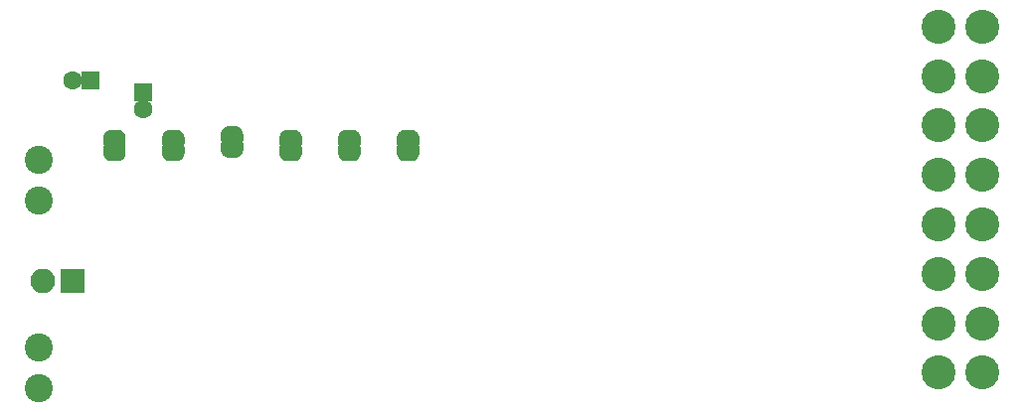
<source format=gbr>
G04 #@! TF.GenerationSoftware,KiCad,Pcbnew,5.0.0*
G04 #@! TF.CreationDate,2018-11-11T17:05:44-05:00*
G04 #@! TF.ProjectId,I2C_PWM_Driver,4932435F50574D5F4472697665722E6B,rev?*
G04 #@! TF.SameCoordinates,Original*
G04 #@! TF.FileFunction,Soldermask,Bot*
G04 #@! TF.FilePolarity,Negative*
%FSLAX46Y46*%
G04 Gerber Fmt 4.6, Leading zero omitted, Abs format (unit mm)*
G04 Created by KiCad (PCBNEW 5.0.0) date Sun Nov 11 17:05:44 2018*
%MOMM*%
%LPD*%
G01*
G04 APERTURE LIST*
%ADD10C,2.400000*%
%ADD11R,2.100000X2.100000*%
%ADD12O,2.100000X2.100000*%
%ADD13C,2.900000*%
%ADD14C,1.600000*%
%ADD15R,1.600000X1.600000*%
%ADD16C,0.500000*%
%ADD17C,0.100000*%
G04 APERTURE END LIST*
D10*
G04 #@! TO.C,J1*
X77600000Y-63750000D03*
X77600000Y-67250000D03*
G04 #@! TD*
G04 #@! TO.C,J3*
X77600000Y-79750000D03*
X77600000Y-83250000D03*
G04 #@! TD*
D11*
G04 #@! TO.C,J2*
X80500000Y-74100000D03*
D12*
X77960000Y-74100000D03*
G04 #@! TD*
D13*
G04 #@! TO.C,J4*
X158000000Y-81928572D03*
X158000000Y-77714282D03*
X158000000Y-73499997D03*
X158000000Y-69285712D03*
X158000000Y-65071427D03*
X158000000Y-60857142D03*
X158000000Y-56642857D03*
X158000000Y-52428572D03*
X154250000Y-81928572D03*
X154250000Y-77714282D03*
X154250000Y-73499997D03*
X154250000Y-69285712D03*
X154250000Y-65071427D03*
X154250000Y-60857142D03*
X154250000Y-56642857D03*
X154250000Y-52428572D03*
G04 #@! TD*
D14*
G04 #@! TO.C,C2*
X80500000Y-57000000D03*
D15*
X82000000Y-57000000D03*
G04 #@! TD*
G04 #@! TO.C,C4*
X86500000Y-58000000D03*
D14*
X86500000Y-59500000D03*
G04 #@! TD*
D16*
G04 #@! TO.C,JP6*
X84079900Y-61900557D03*
D17*
G36*
X85026057Y-62439575D02*
X85014676Y-62477094D01*
X84996194Y-62511671D01*
X84971321Y-62541978D01*
X84941014Y-62566851D01*
X84906437Y-62585333D01*
X84868918Y-62596714D01*
X84829900Y-62600557D01*
X83329900Y-62600557D01*
X83290882Y-62596714D01*
X83253363Y-62585333D01*
X83218786Y-62566851D01*
X83188479Y-62541978D01*
X83163606Y-62511671D01*
X83145124Y-62477094D01*
X83133743Y-62439575D01*
X83129900Y-62400557D01*
X83129900Y-61900557D01*
X83130502Y-61894445D01*
X83130502Y-61876023D01*
X83131465Y-61856417D01*
X83136275Y-61807586D01*
X83139154Y-61788177D01*
X83148726Y-61740052D01*
X83153496Y-61721009D01*
X83167740Y-61674054D01*
X83174351Y-61655577D01*
X83193128Y-61610244D01*
X83201523Y-61592496D01*
X83224654Y-61549223D01*
X83234740Y-61532395D01*
X83262000Y-61491596D01*
X83273695Y-61475827D01*
X83304823Y-61437898D01*
X83318003Y-61423357D01*
X83352700Y-61388660D01*
X83367241Y-61375480D01*
X83405170Y-61344352D01*
X83420939Y-61332657D01*
X83461738Y-61305397D01*
X83478566Y-61295311D01*
X83521839Y-61272180D01*
X83539587Y-61263785D01*
X83584920Y-61245008D01*
X83603397Y-61238397D01*
X83650352Y-61224153D01*
X83669395Y-61219383D01*
X83717520Y-61209811D01*
X83736929Y-61206932D01*
X83785760Y-61202122D01*
X83805366Y-61201159D01*
X83823788Y-61201159D01*
X83829900Y-61200557D01*
X84329900Y-61200557D01*
X84336012Y-61201159D01*
X84354434Y-61201159D01*
X84374040Y-61202122D01*
X84422871Y-61206932D01*
X84442280Y-61209811D01*
X84490405Y-61219383D01*
X84509448Y-61224153D01*
X84556403Y-61238397D01*
X84574880Y-61245008D01*
X84620213Y-61263785D01*
X84637961Y-61272180D01*
X84681234Y-61295311D01*
X84698062Y-61305397D01*
X84738861Y-61332657D01*
X84754630Y-61344352D01*
X84792559Y-61375480D01*
X84807100Y-61388660D01*
X84841797Y-61423357D01*
X84854977Y-61437898D01*
X84886105Y-61475827D01*
X84897800Y-61491596D01*
X84925060Y-61532395D01*
X84935146Y-61549223D01*
X84958277Y-61592496D01*
X84966672Y-61610244D01*
X84985449Y-61655577D01*
X84992060Y-61674054D01*
X85006304Y-61721009D01*
X85011074Y-61740052D01*
X85020646Y-61788177D01*
X85023525Y-61807586D01*
X85028335Y-61856417D01*
X85029298Y-61876023D01*
X85029298Y-61894445D01*
X85029900Y-61900557D01*
X85029900Y-62400557D01*
X85026057Y-62439575D01*
X85026057Y-62439575D01*
G37*
D16*
X84079900Y-63200557D03*
D17*
G36*
X85029298Y-63206669D02*
X85029298Y-63225091D01*
X85028335Y-63244697D01*
X85023525Y-63293528D01*
X85020646Y-63312937D01*
X85011074Y-63361062D01*
X85006304Y-63380105D01*
X84992060Y-63427060D01*
X84985449Y-63445537D01*
X84966672Y-63490870D01*
X84958277Y-63508618D01*
X84935146Y-63551891D01*
X84925060Y-63568719D01*
X84897800Y-63609518D01*
X84886105Y-63625287D01*
X84854977Y-63663216D01*
X84841797Y-63677757D01*
X84807100Y-63712454D01*
X84792559Y-63725634D01*
X84754630Y-63756762D01*
X84738861Y-63768457D01*
X84698062Y-63795717D01*
X84681234Y-63805803D01*
X84637961Y-63828934D01*
X84620213Y-63837329D01*
X84574880Y-63856106D01*
X84556403Y-63862717D01*
X84509448Y-63876961D01*
X84490405Y-63881731D01*
X84442280Y-63891303D01*
X84422871Y-63894182D01*
X84374040Y-63898992D01*
X84354434Y-63899955D01*
X84336012Y-63899955D01*
X84329900Y-63900557D01*
X83829900Y-63900557D01*
X83823788Y-63899955D01*
X83805366Y-63899955D01*
X83785760Y-63898992D01*
X83736929Y-63894182D01*
X83717520Y-63891303D01*
X83669395Y-63881731D01*
X83650352Y-63876961D01*
X83603397Y-63862717D01*
X83584920Y-63856106D01*
X83539587Y-63837329D01*
X83521839Y-63828934D01*
X83478566Y-63805803D01*
X83461738Y-63795717D01*
X83420939Y-63768457D01*
X83405170Y-63756762D01*
X83367241Y-63725634D01*
X83352700Y-63712454D01*
X83318003Y-63677757D01*
X83304823Y-63663216D01*
X83273695Y-63625287D01*
X83262000Y-63609518D01*
X83234740Y-63568719D01*
X83224654Y-63551891D01*
X83201523Y-63508618D01*
X83193128Y-63490870D01*
X83174351Y-63445537D01*
X83167740Y-63427060D01*
X83153496Y-63380105D01*
X83148726Y-63361062D01*
X83139154Y-63312937D01*
X83136275Y-63293528D01*
X83131465Y-63244697D01*
X83130502Y-63225091D01*
X83130502Y-63206669D01*
X83129900Y-63200557D01*
X83129900Y-62700557D01*
X83133743Y-62661539D01*
X83145124Y-62624020D01*
X83163606Y-62589443D01*
X83188479Y-62559136D01*
X83218786Y-62534263D01*
X83253363Y-62515781D01*
X83290882Y-62504400D01*
X83329900Y-62500557D01*
X84829900Y-62500557D01*
X84868918Y-62504400D01*
X84906437Y-62515781D01*
X84941014Y-62534263D01*
X84971321Y-62559136D01*
X84996194Y-62589443D01*
X85014676Y-62624020D01*
X85026057Y-62661539D01*
X85029900Y-62700557D01*
X85029900Y-63200557D01*
X85029298Y-63206669D01*
X85029298Y-63206669D01*
G37*
G04 #@! TD*
D16*
G04 #@! TO.C,JP5*
X89079900Y-63200557D03*
D17*
G36*
X90029298Y-63206669D02*
X90029298Y-63225091D01*
X90028335Y-63244697D01*
X90023525Y-63293528D01*
X90020646Y-63312937D01*
X90011074Y-63361062D01*
X90006304Y-63380105D01*
X89992060Y-63427060D01*
X89985449Y-63445537D01*
X89966672Y-63490870D01*
X89958277Y-63508618D01*
X89935146Y-63551891D01*
X89925060Y-63568719D01*
X89897800Y-63609518D01*
X89886105Y-63625287D01*
X89854977Y-63663216D01*
X89841797Y-63677757D01*
X89807100Y-63712454D01*
X89792559Y-63725634D01*
X89754630Y-63756762D01*
X89738861Y-63768457D01*
X89698062Y-63795717D01*
X89681234Y-63805803D01*
X89637961Y-63828934D01*
X89620213Y-63837329D01*
X89574880Y-63856106D01*
X89556403Y-63862717D01*
X89509448Y-63876961D01*
X89490405Y-63881731D01*
X89442280Y-63891303D01*
X89422871Y-63894182D01*
X89374040Y-63898992D01*
X89354434Y-63899955D01*
X89336012Y-63899955D01*
X89329900Y-63900557D01*
X88829900Y-63900557D01*
X88823788Y-63899955D01*
X88805366Y-63899955D01*
X88785760Y-63898992D01*
X88736929Y-63894182D01*
X88717520Y-63891303D01*
X88669395Y-63881731D01*
X88650352Y-63876961D01*
X88603397Y-63862717D01*
X88584920Y-63856106D01*
X88539587Y-63837329D01*
X88521839Y-63828934D01*
X88478566Y-63805803D01*
X88461738Y-63795717D01*
X88420939Y-63768457D01*
X88405170Y-63756762D01*
X88367241Y-63725634D01*
X88352700Y-63712454D01*
X88318003Y-63677757D01*
X88304823Y-63663216D01*
X88273695Y-63625287D01*
X88262000Y-63609518D01*
X88234740Y-63568719D01*
X88224654Y-63551891D01*
X88201523Y-63508618D01*
X88193128Y-63490870D01*
X88174351Y-63445537D01*
X88167740Y-63427060D01*
X88153496Y-63380105D01*
X88148726Y-63361062D01*
X88139154Y-63312937D01*
X88136275Y-63293528D01*
X88131465Y-63244697D01*
X88130502Y-63225091D01*
X88130502Y-63206669D01*
X88129900Y-63200557D01*
X88129900Y-62700557D01*
X88133743Y-62661539D01*
X88145124Y-62624020D01*
X88163606Y-62589443D01*
X88188479Y-62559136D01*
X88218786Y-62534263D01*
X88253363Y-62515781D01*
X88290882Y-62504400D01*
X88329900Y-62500557D01*
X89829900Y-62500557D01*
X89868918Y-62504400D01*
X89906437Y-62515781D01*
X89941014Y-62534263D01*
X89971321Y-62559136D01*
X89996194Y-62589443D01*
X90014676Y-62624020D01*
X90026057Y-62661539D01*
X90029900Y-62700557D01*
X90029900Y-63200557D01*
X90029298Y-63206669D01*
X90029298Y-63206669D01*
G37*
D16*
X89079900Y-61900557D03*
D17*
G36*
X90026057Y-62439575D02*
X90014676Y-62477094D01*
X89996194Y-62511671D01*
X89971321Y-62541978D01*
X89941014Y-62566851D01*
X89906437Y-62585333D01*
X89868918Y-62596714D01*
X89829900Y-62600557D01*
X88329900Y-62600557D01*
X88290882Y-62596714D01*
X88253363Y-62585333D01*
X88218786Y-62566851D01*
X88188479Y-62541978D01*
X88163606Y-62511671D01*
X88145124Y-62477094D01*
X88133743Y-62439575D01*
X88129900Y-62400557D01*
X88129900Y-61900557D01*
X88130502Y-61894445D01*
X88130502Y-61876023D01*
X88131465Y-61856417D01*
X88136275Y-61807586D01*
X88139154Y-61788177D01*
X88148726Y-61740052D01*
X88153496Y-61721009D01*
X88167740Y-61674054D01*
X88174351Y-61655577D01*
X88193128Y-61610244D01*
X88201523Y-61592496D01*
X88224654Y-61549223D01*
X88234740Y-61532395D01*
X88262000Y-61491596D01*
X88273695Y-61475827D01*
X88304823Y-61437898D01*
X88318003Y-61423357D01*
X88352700Y-61388660D01*
X88367241Y-61375480D01*
X88405170Y-61344352D01*
X88420939Y-61332657D01*
X88461738Y-61305397D01*
X88478566Y-61295311D01*
X88521839Y-61272180D01*
X88539587Y-61263785D01*
X88584920Y-61245008D01*
X88603397Y-61238397D01*
X88650352Y-61224153D01*
X88669395Y-61219383D01*
X88717520Y-61209811D01*
X88736929Y-61206932D01*
X88785760Y-61202122D01*
X88805366Y-61201159D01*
X88823788Y-61201159D01*
X88829900Y-61200557D01*
X89329900Y-61200557D01*
X89336012Y-61201159D01*
X89354434Y-61201159D01*
X89374040Y-61202122D01*
X89422871Y-61206932D01*
X89442280Y-61209811D01*
X89490405Y-61219383D01*
X89509448Y-61224153D01*
X89556403Y-61238397D01*
X89574880Y-61245008D01*
X89620213Y-61263785D01*
X89637961Y-61272180D01*
X89681234Y-61295311D01*
X89698062Y-61305397D01*
X89738861Y-61332657D01*
X89754630Y-61344352D01*
X89792559Y-61375480D01*
X89807100Y-61388660D01*
X89841797Y-61423357D01*
X89854977Y-61437898D01*
X89886105Y-61475827D01*
X89897800Y-61491596D01*
X89925060Y-61532395D01*
X89935146Y-61549223D01*
X89958277Y-61592496D01*
X89966672Y-61610244D01*
X89985449Y-61655577D01*
X89992060Y-61674054D01*
X90006304Y-61721009D01*
X90011074Y-61740052D01*
X90020646Y-61788177D01*
X90023525Y-61807586D01*
X90028335Y-61856417D01*
X90029298Y-61876023D01*
X90029298Y-61894445D01*
X90029900Y-61900557D01*
X90029900Y-62400557D01*
X90026057Y-62439575D01*
X90026057Y-62439575D01*
G37*
G04 #@! TD*
D16*
G04 #@! TO.C,JP3*
X99079900Y-61900557D03*
D17*
G36*
X100026057Y-62439575D02*
X100014676Y-62477094D01*
X99996194Y-62511671D01*
X99971321Y-62541978D01*
X99941014Y-62566851D01*
X99906437Y-62585333D01*
X99868918Y-62596714D01*
X99829900Y-62600557D01*
X98329900Y-62600557D01*
X98290882Y-62596714D01*
X98253363Y-62585333D01*
X98218786Y-62566851D01*
X98188479Y-62541978D01*
X98163606Y-62511671D01*
X98145124Y-62477094D01*
X98133743Y-62439575D01*
X98129900Y-62400557D01*
X98129900Y-61900557D01*
X98130502Y-61894445D01*
X98130502Y-61876023D01*
X98131465Y-61856417D01*
X98136275Y-61807586D01*
X98139154Y-61788177D01*
X98148726Y-61740052D01*
X98153496Y-61721009D01*
X98167740Y-61674054D01*
X98174351Y-61655577D01*
X98193128Y-61610244D01*
X98201523Y-61592496D01*
X98224654Y-61549223D01*
X98234740Y-61532395D01*
X98262000Y-61491596D01*
X98273695Y-61475827D01*
X98304823Y-61437898D01*
X98318003Y-61423357D01*
X98352700Y-61388660D01*
X98367241Y-61375480D01*
X98405170Y-61344352D01*
X98420939Y-61332657D01*
X98461738Y-61305397D01*
X98478566Y-61295311D01*
X98521839Y-61272180D01*
X98539587Y-61263785D01*
X98584920Y-61245008D01*
X98603397Y-61238397D01*
X98650352Y-61224153D01*
X98669395Y-61219383D01*
X98717520Y-61209811D01*
X98736929Y-61206932D01*
X98785760Y-61202122D01*
X98805366Y-61201159D01*
X98823788Y-61201159D01*
X98829900Y-61200557D01*
X99329900Y-61200557D01*
X99336012Y-61201159D01*
X99354434Y-61201159D01*
X99374040Y-61202122D01*
X99422871Y-61206932D01*
X99442280Y-61209811D01*
X99490405Y-61219383D01*
X99509448Y-61224153D01*
X99556403Y-61238397D01*
X99574880Y-61245008D01*
X99620213Y-61263785D01*
X99637961Y-61272180D01*
X99681234Y-61295311D01*
X99698062Y-61305397D01*
X99738861Y-61332657D01*
X99754630Y-61344352D01*
X99792559Y-61375480D01*
X99807100Y-61388660D01*
X99841797Y-61423357D01*
X99854977Y-61437898D01*
X99886105Y-61475827D01*
X99897800Y-61491596D01*
X99925060Y-61532395D01*
X99935146Y-61549223D01*
X99958277Y-61592496D01*
X99966672Y-61610244D01*
X99985449Y-61655577D01*
X99992060Y-61674054D01*
X100006304Y-61721009D01*
X100011074Y-61740052D01*
X100020646Y-61788177D01*
X100023525Y-61807586D01*
X100028335Y-61856417D01*
X100029298Y-61876023D01*
X100029298Y-61894445D01*
X100029900Y-61900557D01*
X100029900Y-62400557D01*
X100026057Y-62439575D01*
X100026057Y-62439575D01*
G37*
D16*
X99079900Y-63200557D03*
D17*
G36*
X100029298Y-63206669D02*
X100029298Y-63225091D01*
X100028335Y-63244697D01*
X100023525Y-63293528D01*
X100020646Y-63312937D01*
X100011074Y-63361062D01*
X100006304Y-63380105D01*
X99992060Y-63427060D01*
X99985449Y-63445537D01*
X99966672Y-63490870D01*
X99958277Y-63508618D01*
X99935146Y-63551891D01*
X99925060Y-63568719D01*
X99897800Y-63609518D01*
X99886105Y-63625287D01*
X99854977Y-63663216D01*
X99841797Y-63677757D01*
X99807100Y-63712454D01*
X99792559Y-63725634D01*
X99754630Y-63756762D01*
X99738861Y-63768457D01*
X99698062Y-63795717D01*
X99681234Y-63805803D01*
X99637961Y-63828934D01*
X99620213Y-63837329D01*
X99574880Y-63856106D01*
X99556403Y-63862717D01*
X99509448Y-63876961D01*
X99490405Y-63881731D01*
X99442280Y-63891303D01*
X99422871Y-63894182D01*
X99374040Y-63898992D01*
X99354434Y-63899955D01*
X99336012Y-63899955D01*
X99329900Y-63900557D01*
X98829900Y-63900557D01*
X98823788Y-63899955D01*
X98805366Y-63899955D01*
X98785760Y-63898992D01*
X98736929Y-63894182D01*
X98717520Y-63891303D01*
X98669395Y-63881731D01*
X98650352Y-63876961D01*
X98603397Y-63862717D01*
X98584920Y-63856106D01*
X98539587Y-63837329D01*
X98521839Y-63828934D01*
X98478566Y-63805803D01*
X98461738Y-63795717D01*
X98420939Y-63768457D01*
X98405170Y-63756762D01*
X98367241Y-63725634D01*
X98352700Y-63712454D01*
X98318003Y-63677757D01*
X98304823Y-63663216D01*
X98273695Y-63625287D01*
X98262000Y-63609518D01*
X98234740Y-63568719D01*
X98224654Y-63551891D01*
X98201523Y-63508618D01*
X98193128Y-63490870D01*
X98174351Y-63445537D01*
X98167740Y-63427060D01*
X98153496Y-63380105D01*
X98148726Y-63361062D01*
X98139154Y-63312937D01*
X98136275Y-63293528D01*
X98131465Y-63244697D01*
X98130502Y-63225091D01*
X98130502Y-63206669D01*
X98129900Y-63200557D01*
X98129900Y-62700557D01*
X98133743Y-62661539D01*
X98145124Y-62624020D01*
X98163606Y-62589443D01*
X98188479Y-62559136D01*
X98218786Y-62534263D01*
X98253363Y-62515781D01*
X98290882Y-62504400D01*
X98329900Y-62500557D01*
X99829900Y-62500557D01*
X99868918Y-62504400D01*
X99906437Y-62515781D01*
X99941014Y-62534263D01*
X99971321Y-62559136D01*
X99996194Y-62589443D01*
X100014676Y-62624020D01*
X100026057Y-62661539D01*
X100029900Y-62700557D01*
X100029900Y-63200557D01*
X100029298Y-63206669D01*
X100029298Y-63206669D01*
G37*
G04 #@! TD*
D16*
G04 #@! TO.C,JP2*
X104079900Y-61900557D03*
D17*
G36*
X103130502Y-61894445D02*
X103130502Y-61876023D01*
X103131465Y-61856417D01*
X103136275Y-61807586D01*
X103139154Y-61788177D01*
X103148726Y-61740052D01*
X103153496Y-61721009D01*
X103167740Y-61674054D01*
X103174351Y-61655577D01*
X103193128Y-61610244D01*
X103201523Y-61592496D01*
X103224654Y-61549223D01*
X103234740Y-61532395D01*
X103262000Y-61491596D01*
X103273695Y-61475827D01*
X103304823Y-61437898D01*
X103318003Y-61423357D01*
X103352700Y-61388660D01*
X103367241Y-61375480D01*
X103405170Y-61344352D01*
X103420939Y-61332657D01*
X103461738Y-61305397D01*
X103478566Y-61295311D01*
X103521839Y-61272180D01*
X103539587Y-61263785D01*
X103584920Y-61245008D01*
X103603397Y-61238397D01*
X103650352Y-61224153D01*
X103669395Y-61219383D01*
X103717520Y-61209811D01*
X103736929Y-61206932D01*
X103785760Y-61202122D01*
X103805366Y-61201159D01*
X103823788Y-61201159D01*
X103829900Y-61200557D01*
X104329900Y-61200557D01*
X104336012Y-61201159D01*
X104354434Y-61201159D01*
X104374040Y-61202122D01*
X104422871Y-61206932D01*
X104442280Y-61209811D01*
X104490405Y-61219383D01*
X104509448Y-61224153D01*
X104556403Y-61238397D01*
X104574880Y-61245008D01*
X104620213Y-61263785D01*
X104637961Y-61272180D01*
X104681234Y-61295311D01*
X104698062Y-61305397D01*
X104738861Y-61332657D01*
X104754630Y-61344352D01*
X104792559Y-61375480D01*
X104807100Y-61388660D01*
X104841797Y-61423357D01*
X104854977Y-61437898D01*
X104886105Y-61475827D01*
X104897800Y-61491596D01*
X104925060Y-61532395D01*
X104935146Y-61549223D01*
X104958277Y-61592496D01*
X104966672Y-61610244D01*
X104985449Y-61655577D01*
X104992060Y-61674054D01*
X105006304Y-61721009D01*
X105011074Y-61740052D01*
X105020646Y-61788177D01*
X105023525Y-61807586D01*
X105028335Y-61856417D01*
X105029298Y-61876023D01*
X105029298Y-61894445D01*
X105029900Y-61900557D01*
X105029900Y-62400557D01*
X105026057Y-62439575D01*
X105014676Y-62477094D01*
X104996194Y-62511671D01*
X104971321Y-62541978D01*
X104941014Y-62566851D01*
X104906437Y-62585333D01*
X104868918Y-62596714D01*
X104829900Y-62600557D01*
X103329900Y-62600557D01*
X103290882Y-62596714D01*
X103253363Y-62585333D01*
X103218786Y-62566851D01*
X103188479Y-62541978D01*
X103163606Y-62511671D01*
X103145124Y-62477094D01*
X103133743Y-62439575D01*
X103129900Y-62400557D01*
X103129900Y-61900557D01*
X103130502Y-61894445D01*
X103130502Y-61894445D01*
G37*
D16*
X104079900Y-63200557D03*
D17*
G36*
X103133743Y-62661539D02*
X103145124Y-62624020D01*
X103163606Y-62589443D01*
X103188479Y-62559136D01*
X103218786Y-62534263D01*
X103253363Y-62515781D01*
X103290882Y-62504400D01*
X103329900Y-62500557D01*
X104829900Y-62500557D01*
X104868918Y-62504400D01*
X104906437Y-62515781D01*
X104941014Y-62534263D01*
X104971321Y-62559136D01*
X104996194Y-62589443D01*
X105014676Y-62624020D01*
X105026057Y-62661539D01*
X105029900Y-62700557D01*
X105029900Y-63200557D01*
X105029298Y-63206669D01*
X105029298Y-63225091D01*
X105028335Y-63244697D01*
X105023525Y-63293528D01*
X105020646Y-63312937D01*
X105011074Y-63361062D01*
X105006304Y-63380105D01*
X104992060Y-63427060D01*
X104985449Y-63445537D01*
X104966672Y-63490870D01*
X104958277Y-63508618D01*
X104935146Y-63551891D01*
X104925060Y-63568719D01*
X104897800Y-63609518D01*
X104886105Y-63625287D01*
X104854977Y-63663216D01*
X104841797Y-63677757D01*
X104807100Y-63712454D01*
X104792559Y-63725634D01*
X104754630Y-63756762D01*
X104738861Y-63768457D01*
X104698062Y-63795717D01*
X104681234Y-63805803D01*
X104637961Y-63828934D01*
X104620213Y-63837329D01*
X104574880Y-63856106D01*
X104556403Y-63862717D01*
X104509448Y-63876961D01*
X104490405Y-63881731D01*
X104442280Y-63891303D01*
X104422871Y-63894182D01*
X104374040Y-63898992D01*
X104354434Y-63899955D01*
X104336012Y-63899955D01*
X104329900Y-63900557D01*
X103829900Y-63900557D01*
X103823788Y-63899955D01*
X103805366Y-63899955D01*
X103785760Y-63898992D01*
X103736929Y-63894182D01*
X103717520Y-63891303D01*
X103669395Y-63881731D01*
X103650352Y-63876961D01*
X103603397Y-63862717D01*
X103584920Y-63856106D01*
X103539587Y-63837329D01*
X103521839Y-63828934D01*
X103478566Y-63805803D01*
X103461738Y-63795717D01*
X103420939Y-63768457D01*
X103405170Y-63756762D01*
X103367241Y-63725634D01*
X103352700Y-63712454D01*
X103318003Y-63677757D01*
X103304823Y-63663216D01*
X103273695Y-63625287D01*
X103262000Y-63609518D01*
X103234740Y-63568719D01*
X103224654Y-63551891D01*
X103201523Y-63508618D01*
X103193128Y-63490870D01*
X103174351Y-63445537D01*
X103167740Y-63427060D01*
X103153496Y-63380105D01*
X103148726Y-63361062D01*
X103139154Y-63312937D01*
X103136275Y-63293528D01*
X103131465Y-63244697D01*
X103130502Y-63225091D01*
X103130502Y-63206669D01*
X103129900Y-63200557D01*
X103129900Y-62700557D01*
X103133743Y-62661539D01*
X103133743Y-62661539D01*
G37*
G04 #@! TD*
D16*
G04 #@! TO.C,JP1*
X109079900Y-63200557D03*
D17*
G36*
X108133743Y-62661539D02*
X108145124Y-62624020D01*
X108163606Y-62589443D01*
X108188479Y-62559136D01*
X108218786Y-62534263D01*
X108253363Y-62515781D01*
X108290882Y-62504400D01*
X108329900Y-62500557D01*
X109829900Y-62500557D01*
X109868918Y-62504400D01*
X109906437Y-62515781D01*
X109941014Y-62534263D01*
X109971321Y-62559136D01*
X109996194Y-62589443D01*
X110014676Y-62624020D01*
X110026057Y-62661539D01*
X110029900Y-62700557D01*
X110029900Y-63200557D01*
X110029298Y-63206669D01*
X110029298Y-63225091D01*
X110028335Y-63244697D01*
X110023525Y-63293528D01*
X110020646Y-63312937D01*
X110011074Y-63361062D01*
X110006304Y-63380105D01*
X109992060Y-63427060D01*
X109985449Y-63445537D01*
X109966672Y-63490870D01*
X109958277Y-63508618D01*
X109935146Y-63551891D01*
X109925060Y-63568719D01*
X109897800Y-63609518D01*
X109886105Y-63625287D01*
X109854977Y-63663216D01*
X109841797Y-63677757D01*
X109807100Y-63712454D01*
X109792559Y-63725634D01*
X109754630Y-63756762D01*
X109738861Y-63768457D01*
X109698062Y-63795717D01*
X109681234Y-63805803D01*
X109637961Y-63828934D01*
X109620213Y-63837329D01*
X109574880Y-63856106D01*
X109556403Y-63862717D01*
X109509448Y-63876961D01*
X109490405Y-63881731D01*
X109442280Y-63891303D01*
X109422871Y-63894182D01*
X109374040Y-63898992D01*
X109354434Y-63899955D01*
X109336012Y-63899955D01*
X109329900Y-63900557D01*
X108829900Y-63900557D01*
X108823788Y-63899955D01*
X108805366Y-63899955D01*
X108785760Y-63898992D01*
X108736929Y-63894182D01*
X108717520Y-63891303D01*
X108669395Y-63881731D01*
X108650352Y-63876961D01*
X108603397Y-63862717D01*
X108584920Y-63856106D01*
X108539587Y-63837329D01*
X108521839Y-63828934D01*
X108478566Y-63805803D01*
X108461738Y-63795717D01*
X108420939Y-63768457D01*
X108405170Y-63756762D01*
X108367241Y-63725634D01*
X108352700Y-63712454D01*
X108318003Y-63677757D01*
X108304823Y-63663216D01*
X108273695Y-63625287D01*
X108262000Y-63609518D01*
X108234740Y-63568719D01*
X108224654Y-63551891D01*
X108201523Y-63508618D01*
X108193128Y-63490870D01*
X108174351Y-63445537D01*
X108167740Y-63427060D01*
X108153496Y-63380105D01*
X108148726Y-63361062D01*
X108139154Y-63312937D01*
X108136275Y-63293528D01*
X108131465Y-63244697D01*
X108130502Y-63225091D01*
X108130502Y-63206669D01*
X108129900Y-63200557D01*
X108129900Y-62700557D01*
X108133743Y-62661539D01*
X108133743Y-62661539D01*
G37*
D16*
X109079900Y-61900557D03*
D17*
G36*
X108130502Y-61894445D02*
X108130502Y-61876023D01*
X108131465Y-61856417D01*
X108136275Y-61807586D01*
X108139154Y-61788177D01*
X108148726Y-61740052D01*
X108153496Y-61721009D01*
X108167740Y-61674054D01*
X108174351Y-61655577D01*
X108193128Y-61610244D01*
X108201523Y-61592496D01*
X108224654Y-61549223D01*
X108234740Y-61532395D01*
X108262000Y-61491596D01*
X108273695Y-61475827D01*
X108304823Y-61437898D01*
X108318003Y-61423357D01*
X108352700Y-61388660D01*
X108367241Y-61375480D01*
X108405170Y-61344352D01*
X108420939Y-61332657D01*
X108461738Y-61305397D01*
X108478566Y-61295311D01*
X108521839Y-61272180D01*
X108539587Y-61263785D01*
X108584920Y-61245008D01*
X108603397Y-61238397D01*
X108650352Y-61224153D01*
X108669395Y-61219383D01*
X108717520Y-61209811D01*
X108736929Y-61206932D01*
X108785760Y-61202122D01*
X108805366Y-61201159D01*
X108823788Y-61201159D01*
X108829900Y-61200557D01*
X109329900Y-61200557D01*
X109336012Y-61201159D01*
X109354434Y-61201159D01*
X109374040Y-61202122D01*
X109422871Y-61206932D01*
X109442280Y-61209811D01*
X109490405Y-61219383D01*
X109509448Y-61224153D01*
X109556403Y-61238397D01*
X109574880Y-61245008D01*
X109620213Y-61263785D01*
X109637961Y-61272180D01*
X109681234Y-61295311D01*
X109698062Y-61305397D01*
X109738861Y-61332657D01*
X109754630Y-61344352D01*
X109792559Y-61375480D01*
X109807100Y-61388660D01*
X109841797Y-61423357D01*
X109854977Y-61437898D01*
X109886105Y-61475827D01*
X109897800Y-61491596D01*
X109925060Y-61532395D01*
X109935146Y-61549223D01*
X109958277Y-61592496D01*
X109966672Y-61610244D01*
X109985449Y-61655577D01*
X109992060Y-61674054D01*
X110006304Y-61721009D01*
X110011074Y-61740052D01*
X110020646Y-61788177D01*
X110023525Y-61807586D01*
X110028335Y-61856417D01*
X110029298Y-61876023D01*
X110029298Y-61894445D01*
X110029900Y-61900557D01*
X110029900Y-62400557D01*
X110026057Y-62439575D01*
X110014676Y-62477094D01*
X109996194Y-62511671D01*
X109971321Y-62541978D01*
X109941014Y-62566851D01*
X109906437Y-62585333D01*
X109868918Y-62596714D01*
X109829900Y-62600557D01*
X108329900Y-62600557D01*
X108290882Y-62596714D01*
X108253363Y-62585333D01*
X108218786Y-62566851D01*
X108188479Y-62541978D01*
X108163606Y-62511671D01*
X108145124Y-62477094D01*
X108133743Y-62439575D01*
X108129900Y-62400557D01*
X108129900Y-61900557D01*
X108130502Y-61894445D01*
X108130502Y-61894445D01*
G37*
G04 #@! TD*
D16*
G04 #@! TO.C,JP4*
X94079900Y-62900000D03*
D17*
G36*
X95029298Y-62906112D02*
X95029298Y-62924534D01*
X95028335Y-62944140D01*
X95023525Y-62992971D01*
X95020646Y-63012380D01*
X95011074Y-63060505D01*
X95006304Y-63079548D01*
X94992060Y-63126503D01*
X94985449Y-63144980D01*
X94966672Y-63190313D01*
X94958277Y-63208061D01*
X94935146Y-63251334D01*
X94925060Y-63268162D01*
X94897800Y-63308961D01*
X94886105Y-63324730D01*
X94854977Y-63362659D01*
X94841797Y-63377200D01*
X94807100Y-63411897D01*
X94792559Y-63425077D01*
X94754630Y-63456205D01*
X94738861Y-63467900D01*
X94698062Y-63495160D01*
X94681234Y-63505246D01*
X94637961Y-63528377D01*
X94620213Y-63536772D01*
X94574880Y-63555549D01*
X94556403Y-63562160D01*
X94509448Y-63576404D01*
X94490405Y-63581174D01*
X94442280Y-63590746D01*
X94422871Y-63593625D01*
X94374040Y-63598435D01*
X94354434Y-63599398D01*
X94336012Y-63599398D01*
X94329900Y-63600000D01*
X93829900Y-63600000D01*
X93823788Y-63599398D01*
X93805366Y-63599398D01*
X93785760Y-63598435D01*
X93736929Y-63593625D01*
X93717520Y-63590746D01*
X93669395Y-63581174D01*
X93650352Y-63576404D01*
X93603397Y-63562160D01*
X93584920Y-63555549D01*
X93539587Y-63536772D01*
X93521839Y-63528377D01*
X93478566Y-63505246D01*
X93461738Y-63495160D01*
X93420939Y-63467900D01*
X93405170Y-63456205D01*
X93367241Y-63425077D01*
X93352700Y-63411897D01*
X93318003Y-63377200D01*
X93304823Y-63362659D01*
X93273695Y-63324730D01*
X93262000Y-63308961D01*
X93234740Y-63268162D01*
X93224654Y-63251334D01*
X93201523Y-63208061D01*
X93193128Y-63190313D01*
X93174351Y-63144980D01*
X93167740Y-63126503D01*
X93153496Y-63079548D01*
X93148726Y-63060505D01*
X93139154Y-63012380D01*
X93136275Y-62992971D01*
X93131465Y-62944140D01*
X93130502Y-62924534D01*
X93130502Y-62906112D01*
X93129900Y-62900000D01*
X93129900Y-62400000D01*
X93133743Y-62360982D01*
X93145124Y-62323463D01*
X93163606Y-62288886D01*
X93188479Y-62258579D01*
X93218786Y-62233706D01*
X93253363Y-62215224D01*
X93290882Y-62203843D01*
X93329900Y-62200000D01*
X94829900Y-62200000D01*
X94868918Y-62203843D01*
X94906437Y-62215224D01*
X94941014Y-62233706D01*
X94971321Y-62258579D01*
X94996194Y-62288886D01*
X95014676Y-62323463D01*
X95026057Y-62360982D01*
X95029900Y-62400000D01*
X95029900Y-62900000D01*
X95029298Y-62906112D01*
X95029298Y-62906112D01*
G37*
D16*
X94079900Y-61600000D03*
D17*
G36*
X95026057Y-62139018D02*
X95014676Y-62176537D01*
X94996194Y-62211114D01*
X94971321Y-62241421D01*
X94941014Y-62266294D01*
X94906437Y-62284776D01*
X94868918Y-62296157D01*
X94829900Y-62300000D01*
X93329900Y-62300000D01*
X93290882Y-62296157D01*
X93253363Y-62284776D01*
X93218786Y-62266294D01*
X93188479Y-62241421D01*
X93163606Y-62211114D01*
X93145124Y-62176537D01*
X93133743Y-62139018D01*
X93129900Y-62100000D01*
X93129900Y-61600000D01*
X93130502Y-61593888D01*
X93130502Y-61575466D01*
X93131465Y-61555860D01*
X93136275Y-61507029D01*
X93139154Y-61487620D01*
X93148726Y-61439495D01*
X93153496Y-61420452D01*
X93167740Y-61373497D01*
X93174351Y-61355020D01*
X93193128Y-61309687D01*
X93201523Y-61291939D01*
X93224654Y-61248666D01*
X93234740Y-61231838D01*
X93262000Y-61191039D01*
X93273695Y-61175270D01*
X93304823Y-61137341D01*
X93318003Y-61122800D01*
X93352700Y-61088103D01*
X93367241Y-61074923D01*
X93405170Y-61043795D01*
X93420939Y-61032100D01*
X93461738Y-61004840D01*
X93478566Y-60994754D01*
X93521839Y-60971623D01*
X93539587Y-60963228D01*
X93584920Y-60944451D01*
X93603397Y-60937840D01*
X93650352Y-60923596D01*
X93669395Y-60918826D01*
X93717520Y-60909254D01*
X93736929Y-60906375D01*
X93785760Y-60901565D01*
X93805366Y-60900602D01*
X93823788Y-60900602D01*
X93829900Y-60900000D01*
X94329900Y-60900000D01*
X94336012Y-60900602D01*
X94354434Y-60900602D01*
X94374040Y-60901565D01*
X94422871Y-60906375D01*
X94442280Y-60909254D01*
X94490405Y-60918826D01*
X94509448Y-60923596D01*
X94556403Y-60937840D01*
X94574880Y-60944451D01*
X94620213Y-60963228D01*
X94637961Y-60971623D01*
X94681234Y-60994754D01*
X94698062Y-61004840D01*
X94738861Y-61032100D01*
X94754630Y-61043795D01*
X94792559Y-61074923D01*
X94807100Y-61088103D01*
X94841797Y-61122800D01*
X94854977Y-61137341D01*
X94886105Y-61175270D01*
X94897800Y-61191039D01*
X94925060Y-61231838D01*
X94935146Y-61248666D01*
X94958277Y-61291939D01*
X94966672Y-61309687D01*
X94985449Y-61355020D01*
X94992060Y-61373497D01*
X95006304Y-61420452D01*
X95011074Y-61439495D01*
X95020646Y-61487620D01*
X95023525Y-61507029D01*
X95028335Y-61555860D01*
X95029298Y-61575466D01*
X95029298Y-61593888D01*
X95029900Y-61600000D01*
X95029900Y-62100000D01*
X95026057Y-62139018D01*
X95026057Y-62139018D01*
G37*
G04 #@! TD*
M02*

</source>
